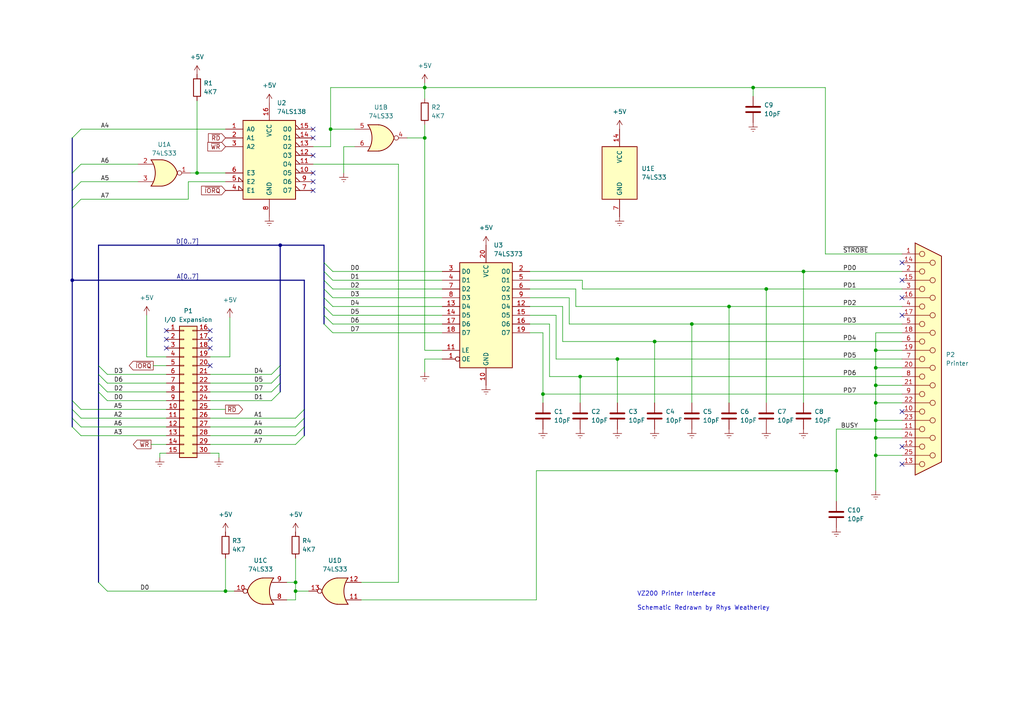
<source format=kicad_sch>
(kicad_sch (version 20230121) (generator eeschema)
  (paper "A4")
  (lib_symbols
    (symbol "74xx:74LS138" (pin_names (offset 1.016))
      (property "Reference" "U" (at -7.62 11.43 0))
      (property "Value" "74LS138" (at -7.62 -13.97 0))
      (symbol "74LS138_1_0"
        (pin input line (at -12.7 7.62 0) (length 5.08) (name "A0") (number "1"))
        (pin output output_low (at 12.7 -5.08 180) (length 5.08) (name "O5") (number "10"))
        (pin output output_low (at 12.7 -2.54 180) (length 5.08) (name "O4") (number "11"))
        (pin output output_low (at 12.7 0 180) (length 5.08) (name "O3") (number "12"))
        (pin output output_low (at 12.7 2.54 180) (length 5.08) (name "O2") (number "13"))
        (pin output output_low (at 12.7 5.08 180) (length 5.08) (name "O1") (number "14"))
        (pin output output_low (at 12.7 7.62 180) (length 5.08) (name "O0") (number "15"))
        (pin power_in line (at 0 15.24 270) (length 5.08) (name "VCC") (number "16"))
        (pin input line (at -12.7 5.08 0) (length 5.08) (name "A1") (number "2"))
        (pin input line (at -12.7 2.54 0) (length 5.08) (name "A2") (number "3"))
        (pin input input_low (at -12.7 -10.16 0) (length 5.08) (name "E1") (number "4"))
        (pin input input_low (at -12.7 -7.62 0) (length 5.08) (name "E2") (number "5"))
        (pin input line (at -12.7 -5.08 0) (length 5.08) (name "E3") (number "6"))
        (pin output output_low (at 12.7 -10.16 180) (length 5.08) (name "O7") (number "7"))
        (pin power_in line (at 0 -17.78 90) (length 5.08) (name "GND") (number "8"))
        (pin output output_low (at 12.7 -7.62 180) (length 5.08) (name "O6") (number "9"))
      )
      (symbol "74LS138_1_1"
        (rectangle (start -7.62 10.16) (end 7.62 -12.7) (stroke (width 0.254)) (fill (type background)))
      )
    )
    (symbol "74xx:74LS33" (pin_names (offset 1.016))
      (property "Reference" "U" (at 0 1.27 0))
      (property "Value" "74LS33" (at 0 -1.27 0))
      (symbol "74LS33_1_1"
        (arc (start -3.81 -3.81) (mid -2.589 0) (end -3.81 3.81) (stroke (width 0.254)))
        (arc (start -0.6096 -3.81) (mid 2.1842 -2.5851) (end 3.81 0) (stroke (width 0.254)) (fill (type background)))
        (polyline (pts (xy -3.81 -3.81) (xy -0.635 -3.81)) (stroke (width 0.254)) (fill (type background)))
        (polyline (pts (xy -3.81 3.81) (xy -0.635 3.81)) (stroke (width 0.254)) (fill (type background)))
        (polyline (pts (xy -0.635 3.81) (xy -3.81 3.81) (xy -3.81 3.81) (xy -3.556 3.4036) (xy -3.0226 2.2606) (xy -2.6924 1.0414) (xy -2.6162 -0.254) (xy -2.7686 -1.4986) (xy -3.175 -2.7178) (xy -3.81 -3.81) (xy -3.81 -3.81) (xy -0.635 -3.81)) (stroke (width -25.4)) (fill (type background)))
        (arc (start 3.81 0) (mid 2.1915 2.5936) (end -0.6096 3.81) (stroke (width 0.254)) (fill (type background)))
        (pin open_collector inverted (at 7.62 0 180) (length 3.81) (name "~") (number "1"))
        (pin input line (at -7.62 2.54 0) (length 4.318) (name "~") (number "2"))
        (pin input line (at -7.62 -2.54 0) (length 4.318) (name "~") (number "3"))
      )
      (symbol "74LS33_1_2"
        (arc (start 0 -3.81) (mid 3.7934 0) (end 0 3.81) (stroke (width 0.254)) (fill (type background)))
        (polyline (pts (xy 0 3.81) (xy -3.81 3.81) (xy -3.81 -3.81) (xy 0 -3.81)) (stroke (width 0.254)) (fill (type background)))
        (pin open_collector line (at 7.62 0 180) (length 3.81) (name "~") (number "1"))
        (pin input inverted (at -7.62 2.54 0) (length 3.81) (name "~") (number "2"))
        (pin input inverted (at -7.62 -2.54 0) (length 3.81) (name "~") (number "3"))
      )
      (symbol "74LS33_2_1"
        (arc (start -3.81 -3.81) (mid -2.589 0) (end -3.81 3.81) (stroke (width 0.254)))
        (arc (start -0.6096 -3.81) (mid 2.1842 -2.5851) (end 3.81 0) (stroke (width 0.254)) (fill (type background)))
        (polyline (pts (xy -3.81 -3.81) (xy -0.635 -3.81)) (stroke (width 0.254)) (fill (type background)))
        (polyline (pts (xy -3.81 3.81) (xy -0.635 3.81)) (stroke (width 0.254)) (fill (type background)))
        (polyline (pts (xy -0.635 3.81) (xy -3.81 3.81) (xy -3.81 3.81) (xy -3.556 3.4036) (xy -3.0226 2.2606) (xy -2.6924 1.0414) (xy -2.6162 -0.254) (xy -2.7686 -1.4986) (xy -3.175 -2.7178) (xy -3.81 -3.81) (xy -3.81 -3.81) (xy -0.635 -3.81)) (stroke (width -25.4)) (fill (type background)))
        (arc (start 3.81 0) (mid 2.1915 2.5936) (end -0.6096 3.81) (stroke (width 0.254)) (fill (type background)))
        (pin open_collector inverted (at 7.62 0 180) (length 3.81) (name "~") (number "4"))
        (pin input line (at -7.62 2.54 0) (length 4.318) (name "~") (number "5"))
        (pin input line (at -7.62 -2.54 0) (length 4.318) (name "~") (number "6"))
      )
      (symbol "74LS33_2_2"
        (arc (start 0 -3.81) (mid 3.7934 0) (end 0 3.81) (stroke (width 0.254)) (fill (type background)))
        (polyline (pts (xy 0 3.81) (xy -3.81 3.81) (xy -3.81 -3.81) (xy 0 -3.81)) (stroke (width 0.254)) (fill (type background)))
        (pin open_collector line (at 7.62 0 180) (length 3.81) (name "~") (number "4"))
        (pin input inverted (at -7.62 2.54 0) (length 3.81) (name "~") (number "5"))
        (pin input inverted (at -7.62 -2.54 0) (length 3.81) (name "~") (number "6"))
      )
      (symbol "74LS33_3_1"
        (arc (start -3.81 -3.81) (mid -2.589 0) (end -3.81 3.81) (stroke (width 0.254)))
        (arc (start -0.6096 -3.81) (mid 2.1842 -2.5851) (end 3.81 0) (stroke (width 0.254)) (fill (type background)))
        (polyline (pts (xy -3.81 -3.81) (xy -0.635 -3.81)) (stroke (width 0.254)) (fill (type background)))
        (polyline (pts (xy -3.81 3.81) (xy -0.635 3.81)) (stroke (width 0.254)) (fill (type background)))
        (polyline (pts (xy -0.635 3.81) (xy -3.81 3.81) (xy -3.81 3.81) (xy -3.556 3.4036) (xy -3.0226 2.2606) (xy -2.6924 1.0414) (xy -2.6162 -0.254) (xy -2.7686 -1.4986) (xy -3.175 -2.7178) (xy -3.81 -3.81) (xy -3.81 -3.81) (xy -0.635 -3.81)) (stroke (width -25.4)) (fill (type background)))
        (arc (start 3.81 0) (mid 2.1915 2.5936) (end -0.6096 3.81) (stroke (width 0.254)) (fill (type background)))
        (pin open_collector inverted (at 7.62 0 180) (length 3.81) (name "~") (number "10"))
        (pin input line (at -7.62 2.54 0) (length 4.318) (name "~") (number "8"))
        (pin input line (at -7.62 -2.54 0) (length 4.318) (name "~") (number "9"))
      )
      (symbol "74LS33_3_2"
        (arc (start 0 -3.81) (mid 3.7934 0) (end 0 3.81) (stroke (width 0.254)) (fill (type background)))
        (polyline (pts (xy 0 3.81) (xy -3.81 3.81) (xy -3.81 -3.81) (xy 0 -3.81)) (stroke (width 0.254)) (fill (type background)))
        (pin open_collector line (at 7.62 0 180) (length 3.81) (name "~") (number "10"))
        (pin input inverted (at -7.62 2.54 0) (length 3.81) (name "~") (number "8"))
        (pin input inverted (at -7.62 -2.54 0) (length 3.81) (name "~") (number "9"))
      )
      (symbol "74LS33_4_1"
        (arc (start -3.81 -3.81) (mid -2.589 0) (end -3.81 3.81) (stroke (width 0.254)))
        (arc (start -0.6096 -3.81) (mid 2.1842 -2.5851) (end 3.81 0) (stroke (width 0.254)) (fill (type background)))
        (polyline (pts (xy -3.81 -3.81) (xy -0.635 -3.81)) (stroke (width 0.254)) (fill (type background)))
        (polyline (pts (xy -3.81 3.81) (xy -0.635 3.81)) (stroke (width 0.254)) (fill (type background)))
        (polyline (pts (xy -0.635 3.81) (xy -3.81 3.81) (xy -3.81 3.81) (xy -3.556 3.4036) (xy -3.0226 2.2606) (xy -2.6924 1.0414) (xy -2.6162 -0.254) (xy -2.7686 -1.4986) (xy -3.175 -2.7178) (xy -3.81 -3.81) (xy -3.81 -3.81) (xy -0.635 -3.81)) (stroke (width -25.4)) (fill (type background)))
        (arc (start 3.81 0) (mid 2.1915 2.5936) (end -0.6096 3.81) (stroke (width 0.254)) (fill (type background)))
        (pin input line (at -7.62 2.54 0) (length 4.318) (name "~") (number "11"))
        (pin input line (at -7.62 -2.54 0) (length 4.318) (name "~") (number "12"))
        (pin open_collector inverted (at 7.62 0 180) (length 3.81) (name "~") (number "13"))
      )
      (symbol "74LS33_4_2"
        (arc (start 0 -3.81) (mid 3.7934 0) (end 0 3.81) (stroke (width 0.254)) (fill (type background)))
        (polyline (pts (xy 0 3.81) (xy -3.81 3.81) (xy -3.81 -3.81) (xy 0 -3.81)) (stroke (width 0.254)) (fill (type background)))
        (pin input inverted (at -7.62 2.54 0) (length 3.81) (name "~") (number "11"))
        (pin input inverted (at -7.62 -2.54 0) (length 3.81) (name "~") (number "12"))
        (pin open_collector line (at 7.62 0 180) (length 3.81) (name "~") (number "13"))
      )
      (symbol "74LS33_5_0"
        (pin power_in line (at 0 12.7 270) (length 5.08) (name "VCC") (number "14"))
        (pin power_in line (at 0 -12.7 90) (length 5.08) (name "GND") (number "7"))
      )
      (symbol "74LS33_5_1"
        (rectangle (start -5.08 7.62) (end 5.08 -7.62) (stroke (width 0.254)) (fill (type background)))
      )
    )
    (symbol "74xx:74LS373"
      (property "Reference" "U" (at -7.62 16.51 0))
      (property "Value" "74LS373" (at -7.62 -16.51 0))
      (symbol "74LS373_1_0"
        (pin input inverted (at -12.7 -12.7 0) (length 5.08) (name "OE") (number "1"))
        (pin power_in line (at 0 -20.32 90) (length 5.08) (name "GND") (number "10"))
        (pin input line (at -12.7 -10.16 0) (length 5.08) (name "LE") (number "11"))
        (pin tri_state line (at 12.7 2.54 180) (length 5.08) (name "O4") (number "12"))
        (pin input line (at -12.7 2.54 0) (length 5.08) (name "D4") (number "13"))
        (pin input line (at -12.7 0 0) (length 5.08) (name "D5") (number "14"))
        (pin tri_state line (at 12.7 0 180) (length 5.08) (name "O5") (number "15"))
        (pin tri_state line (at 12.7 -2.54 180) (length 5.08) (name "O6") (number "16"))
        (pin input line (at -12.7 -2.54 0) (length 5.08) (name "D6") (number "17"))
        (pin input line (at -12.7 -5.08 0) (length 5.08) (name "D7") (number "18"))
        (pin tri_state line (at 12.7 -5.08 180) (length 5.08) (name "O7") (number "19"))
        (pin tri_state line (at 12.7 12.7 180) (length 5.08) (name "O0") (number "2"))
        (pin power_in line (at 0 20.32 270) (length 5.08) (name "VCC") (number "20"))
        (pin input line (at -12.7 12.7 0) (length 5.08) (name "D0") (number "3"))
        (pin input line (at -12.7 10.16 0) (length 5.08) (name "D1") (number "4"))
        (pin tri_state line (at 12.7 10.16 180) (length 5.08) (name "O1") (number "5"))
        (pin tri_state line (at 12.7 7.62 180) (length 5.08) (name "O2") (number "6"))
        (pin input line (at -12.7 7.62 0) (length 5.08) (name "D2") (number "7"))
        (pin input line (at -12.7 5.08 0) (length 5.08) (name "D3") (number "8"))
        (pin tri_state line (at 12.7 5.08 180) (length 5.08) (name "O3") (number "9"))
      )
      (symbol "74LS373_1_1"
        (rectangle (start -7.62 15.24) (end 7.62 -15.24) (stroke (width 0.254)) (fill (type background)))
      )
    )
    (symbol "Connector:DB25_Receptacle" (pin_names (offset 1.016) hide)
      (property "Reference" "J" (at 0 34.29 0))
      (property "Value" "DB25_Receptacle" (at 0 -34.925 0))
      (symbol "DB25_Receptacle_0_1"
        (circle (center -1.778 -30.48) (radius 0.762))
        (circle (center -1.778 -25.4) (radius 0.762))
        (circle (center -1.778 -20.32) (radius 0.762))
        (circle (center -1.778 -15.24) (radius 0.762))
        (circle (center -1.778 -10.16) (radius 0.762))
        (circle (center -1.778 -5.08) (radius 0.762))
        (circle (center -1.778 0) (radius 0.762))
        (circle (center -1.778 5.08) (radius 0.762))
        (circle (center -1.778 10.16) (radius 0.762))
        (circle (center -1.778 15.24) (radius 0.762))
        (circle (center -1.778 20.32) (radius 0.762))
        (circle (center -1.778 25.4) (radius 0.762))
        (circle (center -1.778 30.48) (radius 0.762))
        (polyline (pts (xy -3.81 -30.48) (xy -2.54 -30.48)))
        (polyline (pts (xy -3.81 -27.94) (xy 0.508 -27.94)))
        (polyline (pts (xy -3.81 -25.4) (xy -2.54 -25.4)))
        (polyline (pts (xy -3.81 -22.86) (xy 0.508 -22.86)))
        (polyline (pts (xy -3.81 -20.32) (xy -2.54 -20.32)))
        (polyline (pts (xy -3.81 -17.78) (xy 0.508 -17.78)))
        (polyline (pts (xy -3.81 -15.24) (xy -2.54 -15.24)))
        (polyline (pts (xy -3.81 -12.7) (xy 0.508 -12.7)))
        (polyline (pts (xy -3.81 -10.16) (xy -2.54 -10.16)))
        (polyline (pts (xy -3.81 -7.62) (xy 0.508 -7.62)))
        (polyline (pts (xy -3.81 -5.08) (xy -2.54 -5.08)))
        (polyline (pts (xy -3.81 -2.54) (xy 0.508 -2.54)))
        (polyline (pts (xy -3.81 0) (xy -2.54 0)))
        (polyline (pts (xy -3.81 2.54) (xy 0.508 2.54)))
        (polyline (pts (xy -3.81 5.08) (xy -2.54 5.08)))
        (polyline (pts (xy -3.81 7.62) (xy 0.508 7.62)))
        (polyline (pts (xy -3.81 10.16) (xy -2.54 10.16)))
        (polyline (pts (xy -3.81 12.7) (xy 0.508 12.7)))
        (polyline (pts (xy -3.81 15.24) (xy -2.54 15.24)))
        (polyline (pts (xy -3.81 17.78) (xy 0.508 17.78)))
        (polyline (pts (xy -3.81 20.32) (xy -2.54 20.32)))
        (polyline (pts (xy -3.81 22.86) (xy 0.508 22.86)))
        (polyline (pts (xy -3.81 25.4) (xy -2.54 25.4)))
        (polyline (pts (xy -3.81 27.94) (xy 0.508 27.94)))
        (polyline (pts (xy -3.81 30.48) (xy -2.54 30.48)))
        (polyline (pts (xy -3.81 33.655) (xy 3.81 29.845) (xy 3.81 -29.845) (xy -3.81 -33.655) (xy -3.81 33.655)) (stroke (width 0.254)) (fill (type background)))
        (circle (center 1.27 -27.94) (radius 0.762))
        (circle (center 1.27 -22.86) (radius 0.762))
        (circle (center 1.27 -17.78) (radius 0.762))
        (circle (center 1.27 -12.7) (radius 0.762))
        (circle (center 1.27 -7.62) (radius 0.762))
        (circle (center 1.27 -2.54) (radius 0.762))
        (circle (center 1.27 2.54) (radius 0.762))
        (circle (center 1.27 7.62) (radius 0.762))
        (circle (center 1.27 12.7) (radius 0.762))
        (circle (center 1.27 17.78) (radius 0.762))
        (circle (center 1.27 22.86) (radius 0.762))
        (circle (center 1.27 27.94) (radius 0.762))
      )
      (symbol "DB25_Receptacle_1_1"
        (pin passive line (at -7.62 30.48 0) (length 3.81) (name "1") (number "1"))
        (pin passive line (at -7.62 -15.24 0) (length 3.81) (name "10") (number "10"))
        (pin passive line (at -7.62 -20.32 0) (length 3.81) (name "11") (number "11"))
        (pin passive line (at -7.62 -25.4 0) (length 3.81) (name "12") (number "12"))
        (pin passive line (at -7.62 -30.48 0) (length 3.81) (name "13") (number "13"))
        (pin passive line (at -7.62 27.94 0) (length 3.81) (name "P14") (number "14"))
        (pin passive line (at -7.62 22.86 0) (length 3.81) (name "P15") (number "15"))
        (pin passive line (at -7.62 17.78 0) (length 3.81) (name "P16") (number "16"))
        (pin passive line (at -7.62 12.7 0) (length 3.81) (name "P17") (number "17"))
        (pin passive line (at -7.62 7.62 0) (length 3.81) (name "P18") (number "18"))
        (pin passive line (at -7.62 2.54 0) (length 3.81) (name "P19") (number "19"))
        (pin passive line (at -7.62 25.4 0) (length 3.81) (name "2") (number "2"))
        (pin passive line (at -7.62 -2.54 0) (length 3.81) (name "P20") (number "20"))
        (pin passive line (at -7.62 -7.62 0) (length 3.81) (name "P21") (number "21"))
        (pin passive line (at -7.62 -12.7 0) (length 3.81) (name "P22") (number "22"))
        (pin passive line (at -7.62 -17.78 0) (length 3.81) (name "P23") (number "23"))
        (pin passive line (at -7.62 -22.86 0) (length 3.81) (name "P24") (number "24"))
        (pin passive line (at -7.62 -27.94 0) (length 3.81) (name "P25") (number "25"))
        (pin passive line (at -7.62 20.32 0) (length 3.81) (name "3") (number "3"))
        (pin passive line (at -7.62 15.24 0) (length 3.81) (name "4") (number "4"))
        (pin passive line (at -7.62 10.16 0) (length 3.81) (name "5") (number "5"))
        (pin passive line (at -7.62 5.08 0) (length 3.81) (name "6") (number "6"))
        (pin passive line (at -7.62 0 0) (length 3.81) (name "7") (number "7"))
        (pin passive line (at -7.62 -5.08 0) (length 3.81) (name "8") (number "8"))
        (pin passive line (at -7.62 -10.16 0) (length 3.81) (name "9") (number "9"))
      )
    )
    (symbol "Connector_Generic:Conn_02x15_Top_Bottom" (pin_names (offset 1.016) hide)
      (property "Reference" "J" (at 1.27 20.32 0))
      (property "Value" "Conn_02x15_Top_Bottom" (at 1.27 -20.32 0))
      (symbol "Conn_02x15_Top_Bottom_1_1"
        (rectangle (start -1.27 -17.653) (end 0 -17.907) (stroke (width 0.1524)))
        (rectangle (start -1.27 -15.113) (end 0 -15.367) (stroke (width 0.1524)))
        (rectangle (start -1.27 -12.573) (end 0 -12.827) (stroke (width 0.1524)))
        (rectangle (start -1.27 -10.033) (end 0 -10.287) (stroke (width 0.1524)))
        (rectangle (start -1.27 -7.493) (end 0 -7.747) (stroke (width 0.1524)))
        (rectangle (start -1.27 -4.953) (end 0 -5.207) (stroke (width 0.1524)))
        (rectangle (start -1.27 -2.413) (end 0 -2.667) (stroke (width 0.1524)))
        (rectangle (start -1.27 0.127) (end 0 -0.127) (stroke (width 0.1524)))
        (rectangle (start -1.27 2.667) (end 0 2.413) (stroke (width 0.1524)))
        (rectangle (start -1.27 5.207) (end 0 4.953) (stroke (width 0.1524)))
        (rectangle (start -1.27 7.747) (end 0 7.493) (stroke (width 0.1524)))
        (rectangle (start -1.27 10.287) (end 0 10.033) (stroke (width 0.1524)))
        (rectangle (start -1.27 12.827) (end 0 12.573) (stroke (width 0.1524)))
        (rectangle (start -1.27 15.367) (end 0 15.113) (stroke (width 0.1524)))
        (rectangle (start -1.27 17.907) (end 0 17.653) (stroke (width 0.1524)))
        (rectangle (start -1.27 19.05) (end 3.81 -19.05) (stroke (width 0.254)) (fill (type background)))
        (rectangle (start 3.81 -17.653) (end 2.54 -17.907) (stroke (width 0.1524)))
        (rectangle (start 3.81 -15.113) (end 2.54 -15.367) (stroke (width 0.1524)))
        (rectangle (start 3.81 -12.573) (end 2.54 -12.827) (stroke (width 0.1524)))
        (rectangle (start 3.81 -10.033) (end 2.54 -10.287) (stroke (width 0.1524)))
        (rectangle (start 3.81 -7.493) (end 2.54 -7.747) (stroke (width 0.1524)))
        (rectangle (start 3.81 -4.953) (end 2.54 -5.207) (stroke (width 0.1524)))
        (rectangle (start 3.81 -2.413) (end 2.54 -2.667) (stroke (width 0.1524)))
        (rectangle (start 3.81 0.127) (end 2.54 -0.127) (stroke (width 0.1524)))
        (rectangle (start 3.81 2.667) (end 2.54 2.413) (stroke (width 0.1524)))
        (rectangle (start 3.81 5.207) (end 2.54 4.953) (stroke (width 0.1524)))
        (rectangle (start 3.81 7.747) (end 2.54 7.493) (stroke (width 0.1524)))
        (rectangle (start 3.81 10.287) (end 2.54 10.033) (stroke (width 0.1524)))
        (rectangle (start 3.81 12.827) (end 2.54 12.573) (stroke (width 0.1524)))
        (rectangle (start 3.81 15.367) (end 2.54 15.113) (stroke (width 0.1524)))
        (rectangle (start 3.81 17.907) (end 2.54 17.653) (stroke (width 0.1524)))
        (pin passive line (at -5.08 17.78 0) (length 3.81) (name "Pin_1") (number "1"))
        (pin passive line (at -5.08 -5.08 0) (length 3.81) (name "Pin_10") (number "10"))
        (pin passive line (at -5.08 -7.62 0) (length 3.81) (name "Pin_11") (number "11"))
        (pin passive line (at -5.08 -10.16 0) (length 3.81) (name "Pin_12") (number "12"))
        (pin passive line (at -5.08 -12.7 0) (length 3.81) (name "Pin_13") (number "13"))
        (pin passive line (at -5.08 -15.24 0) (length 3.81) (name "Pin_14") (number "14"))
        (pin passive line (at -5.08 -17.78 0) (length 3.81) (name "Pin_15") (number "15"))
        (pin passive line (at 7.62 17.78 180) (length 3.81) (name "Pin_16") (number "16"))
        (pin passive line (at 7.62 15.24 180) (length 3.81) (name "Pin_17") (number "17"))
        (pin passive line (at 7.62 12.7 180) (length 3.81) (name "Pin_18") (number "18"))
        (pin passive line (at 7.62 10.16 180) (length 3.81) (name "Pin_19") (number "19"))
        (pin passive line (at -5.08 15.24 0) (length 3.81) (name "Pin_2") (number "2"))
        (pin passive line (at 7.62 7.62 180) (length 3.81) (name "Pin_20") (number "20"))
        (pin passive line (at 7.62 5.08 180) (length 3.81) (name "Pin_21") (number "21"))
        (pin passive line (at 7.62 2.54 180) (length 3.81) (name "Pin_22") (number "22"))
        (pin passive line (at 7.62 0 180) (length 3.81) (name "Pin_23") (number "23"))
        (pin passive line (at 7.62 -2.54 180) (length 3.81) (name "Pin_24") (number "24"))
        (pin passive line (at 7.62 -5.08 180) (length 3.81) (name "Pin_25") (number "25"))
        (pin passive line (at 7.62 -7.62 180) (length 3.81) (name "Pin_26") (number "26"))
        (pin passive line (at 7.62 -10.16 180) (length 3.81) (name "Pin_27") (number "27"))
        (pin passive line (at 7.62 -12.7 180) (length 3.81) (name "Pin_28") (number "28"))
        (pin passive line (at 7.62 -15.24 180) (length 3.81) (name "Pin_29") (number "29"))
        (pin passive line (at -5.08 12.7 0) (length 3.81) (name "Pin_3") (number "3"))
        (pin passive line (at 7.62 -17.78 180) (length 3.81) (name "Pin_30") (number "30"))
        (pin passive line (at -5.08 10.16 0) (length 3.81) (name "Pin_4") (number "4"))
        (pin passive line (at -5.08 7.62 0) (length 3.81) (name "Pin_5") (number "5"))
        (pin passive line (at -5.08 5.08 0) (length 3.81) (name "Pin_6") (number "6"))
        (pin passive line (at -5.08 2.54 0) (length 3.81) (name "Pin_7") (number "7"))
        (pin passive line (at -5.08 0 0) (length 3.81) (name "Pin_8") (number "8"))
        (pin passive line (at -5.08 -2.54 0) (length 3.81) (name "Pin_9") (number "9"))
      )
    )
    (symbol "Device:C" (pin_numbers hide) (pin_names (offset 0.254))
      (property "Reference" "C" (at 0.635 2.54 0))
      (property "Value" "C" (at 0.635 -2.54 0))
      (symbol "C_0_1"
        (polyline (pts (xy -2.032 -0.762) (xy 2.032 -0.762)) (stroke (width 0.508)))
        (polyline (pts (xy -2.032 0.762) (xy 2.032 0.762)) (stroke (width 0.508)))
      )
      (symbol "C_1_1"
        (pin passive line (at 0 3.81 270) (length 2.794) (name "~") (number "1"))
        (pin passive line (at 0 -3.81 90) (length 2.794) (name "~") (number "2"))
      )
    )
    (symbol "Device:R" (pin_numbers hide) (pin_names (offset 0))
      (property "Reference" "R" (at 2.032 0 90))
      (property "Value" "R" (at 0 0 90))
      (symbol "R_0_1"
        (rectangle (start -1.016 -2.54) (end 1.016 2.54) (stroke (width 0.254)))
      )
      (symbol "R_1_1"
        (pin passive line (at 0 3.81 270) (length 1.27) (name "~") (number "1"))
        (pin passive line (at 0 -3.81 90) (length 1.27) (name "~") (number "2"))
      )
    )
    (symbol "power:+5V" (power) (pin_names (offset 0))
      (property "Value" "+5V" (at 0 3.556 0))
      (symbol "+5V_0_1"
        (polyline (pts (xy -0.762 1.27) (xy 0 2.54)))
        (polyline (pts (xy 0 0) (xy 0 2.54)))
        (polyline (pts (xy 0 2.54) (xy 0.762 1.27)))
      )
      (symbol "+5V_1_1"
        (pin power_in line (at 0 0 90) (length 0) hide (name "+5V") (number "1"))
      )
    )
    (symbol "power:Earth" (power) (pin_names (offset 0))
      (symbol "Earth_0_1"
        (polyline (pts (xy -0.635 -1.905) (xy 0.635 -1.905)))
        (polyline (pts (xy -0.127 -2.54) (xy 0.127 -2.54)))
        (polyline (pts (xy 0 -1.27) (xy 0 0)))
        (polyline (pts (xy 1.27 -1.27) (xy -1.27 -1.27)))
      )
      (symbol "Earth_1_1"
        (pin power_in line (at 0 0 270) (length 0) hide (name "Earth") (number "1"))
      )
    )
  )
  (junction (at 222.25 83.82))
  (junction (at 123.19 25.4))
  (junction (at 242.57 136.525))
  (junction (at 254 111.76))
  (junction (at 123.19 40.005))
  (junction (at 254 132.08))
  (junction (at 254 101.6))
  (junction (at 168.275 109.22))
  (junction (at 233.045 78.74))
  (junction (at 85.725 168.91))
  (junction (at 254 116.84))
  (junction (at 20.955 81.28))
  (junction (at 65.405 171.45))
  (junction (at 85.725 171.45))
  (junction (at 179.07 104.14))
  (junction (at 157.48 114.3))
  (junction (at 189.865 99.06))
  (junction (at 254 121.92))
  (junction (at 81.28 71.12))
  (junction (at 57.15 50.165))
  (junction (at 254 127))
  (junction (at 218.44 25.4))
  (junction (at 211.455 88.9))
  (junction (at 200.66 93.98))
  (junction (at 95.885 37.465))
  (junction (at 254 106.68))
  (no_connect (at 60.96 106.045))
  (no_connect (at 261.62 76.2))
  (no_connect (at 261.62 134.62))
  (no_connect (at 261.62 81.28))
  (no_connect (at 60.96 95.885))
  (no_connect (at 90.805 40.005))
  (no_connect (at 48.26 98.425))
  (no_connect (at 90.805 37.465))
  (no_connect (at 90.805 52.705))
  (no_connect (at 261.62 91.44))
  (no_connect (at 48.26 95.885))
  (no_connect (at 90.805 45.085))
  (no_connect (at 261.62 119.38))
  (no_connect (at 90.805 50.165))
  (no_connect (at 261.62 129.54))
  (no_connect (at 261.62 86.36))
  (no_connect (at 60.96 100.965))
  (no_connect (at 48.26 100.965))
  (no_connect (at 90.805 55.245))
  (no_connect (at 60.96 98.425))
  (bus_entry (at 96.52 81.28) (size -2.54 -2.54))
  (bus_entry (at 20.955 118.745) (size 2.54 2.54))
  (bus_entry (at 96.52 86.36) (size -2.54 -2.54))
  (bus_entry (at 96.52 83.82) (size -2.54 -2.54))
  (bus_entry (at 85.725 128.905) (size 2.54 -2.54))
  (bus_entry (at 20.955 60.325) (size 2.54 -2.54))
  (bus_entry (at 96.52 88.9) (size -2.54 -2.54))
  (bus_entry (at 96.52 96.52) (size -2.54 -2.54))
  (bus_entry (at 78.74 111.125) (size 2.54 -2.54))
  (bus_entry (at 96.52 91.44) (size -2.54 -2.54))
  (bus_entry (at 85.725 126.365) (size 2.54 -2.54))
  (bus_entry (at 28.575 108.585) (size 2.54 2.54))
  (bus_entry (at 20.955 50.165) (size 2.54 -2.54))
  (bus_entry (at 20.955 55.245) (size 2.54 -2.54))
  (bus_entry (at 85.725 123.825) (size 2.54 -2.54))
  (bus_entry (at 28.575 106.045) (size 2.54 2.54))
  (bus_entry (at 96.52 93.98) (size -2.54 -2.54))
  (bus_entry (at 28.575 113.665) (size 2.54 2.54))
  (bus_entry (at 28.575 111.125) (size 2.54 2.54))
  (bus_entry (at 78.74 113.665) (size 2.54 -2.54))
  (bus_entry (at 28.575 168.91) (size 2.54 2.54))
  (bus_entry (at 20.955 40.005) (size 2.54 -2.54))
  (bus_entry (at 20.955 121.285) (size 2.54 2.54))
  (bus_entry (at 20.955 123.825) (size 2.54 2.54))
  (bus_entry (at 78.74 108.585) (size 2.54 -2.54))
  (bus_entry (at 85.725 121.285) (size 2.54 -2.54))
  (bus_entry (at 78.74 116.205) (size 2.54 -2.54))
  (bus_entry (at 20.955 116.205) (size 2.54 2.54))
  (bus_entry (at 96.52 78.74) (size -2.54 -2.54))
  (bus (pts (xy 93.98 86.36) (xy 93.98 88.9)))
  (wire (pts (xy 60.96 113.665) (xy 78.74 113.665)))
  (wire (pts (xy 168.91 83.82) (xy 168.91 81.28)))
  (wire (pts (xy 31.115 116.205) (xy 48.26 116.205)))
  (bus (pts (xy 81.28 71.12) (xy 93.98 71.12)))
  (wire (pts (xy 242.57 124.46) (xy 261.62 124.46)))
  (bus (pts (xy 20.955 60.325) (xy 20.955 81.28)))
  (wire (pts (xy 42.545 103.505) (xy 42.545 91.44)))
  (wire (pts (xy 128.27 101.6) (xy 123.19 101.6)))
  (bus (pts (xy 20.955 116.205) (xy 20.955 118.745)))
  (wire (pts (xy 31.115 111.125) (xy 48.26 111.125)))
  (wire (pts (xy 155.575 173.99) (xy 155.575 136.525)))
  (wire (pts (xy 90.805 42.545) (xy 95.885 42.545)))
  (wire (pts (xy 179.07 104.14) (xy 261.62 104.14)))
  (wire (pts (xy 23.495 52.705) (xy 40.005 52.705)))
  (wire (pts (xy 254 121.92) (xy 254 127)))
  (wire (pts (xy 54.61 52.705) (xy 54.61 57.785)))
  (bus (pts (xy 81.28 108.585) (xy 81.28 111.125)))
  (wire (pts (xy 254 111.76) (xy 261.62 111.76)))
  (wire (pts (xy 123.19 25.4) (xy 218.44 25.4)))
  (wire (pts (xy 179.07 104.14) (xy 179.07 116.84)))
  (wire (pts (xy 254 132.08) (xy 254 142.24)))
  (wire (pts (xy 157.48 114.3) (xy 157.48 116.84)))
  (bus (pts (xy 93.98 71.12) (xy 93.98 76.2)))
  (wire (pts (xy 23.495 47.625) (xy 40.005 47.625)))
  (bus (pts (xy 20.955 50.165) (xy 20.955 55.245)))
  (wire (pts (xy 48.26 131.445) (xy 46.355 131.445)))
  (wire (pts (xy 222.25 83.82) (xy 222.25 116.84)))
  (wire (pts (xy 96.52 78.74) (xy 128.27 78.74)))
  (wire (pts (xy 60.96 131.445) (xy 63.5 131.445)))
  (wire (pts (xy 254 116.84) (xy 261.62 116.84)))
  (wire (pts (xy 60.96 128.905) (xy 85.725 128.905)))
  (wire (pts (xy 60.96 118.745) (xy 65.405 118.745)))
  (wire (pts (xy 57.15 29.21) (xy 57.15 50.165)))
  (wire (pts (xy 43.815 128.905) (xy 48.26 128.905)))
  (wire (pts (xy 96.52 83.82) (xy 128.27 83.82)))
  (wire (pts (xy 104.775 173.99) (xy 155.575 173.99)))
  (wire (pts (xy 218.44 25.4) (xy 239.395 25.4)))
  (bus (pts (xy 28.575 71.12) (xy 28.575 106.045)))
  (bus (pts (xy 81.28 71.12) (xy 81.28 106.045)))
  (wire (pts (xy 23.495 118.745) (xy 48.26 118.745)))
  (wire (pts (xy 123.19 101.6) (xy 123.19 40.005)))
  (bus (pts (xy 81.28 106.045) (xy 81.28 108.585)))
  (wire (pts (xy 167.005 88.9) (xy 211.455 88.9)))
  (wire (pts (xy 55.245 50.165) (xy 57.15 50.165)))
  (wire (pts (xy 102.87 42.545) (xy 99.695 42.545)))
  (wire (pts (xy 48.26 103.505) (xy 42.545 103.505)))
  (wire (pts (xy 65.405 52.705) (xy 54.61 52.705)))
  (wire (pts (xy 218.44 27.94) (xy 218.44 25.4)))
  (wire (pts (xy 23.495 126.365) (xy 48.26 126.365)))
  (wire (pts (xy 123.19 104.14) (xy 123.19 107.95)))
  (wire (pts (xy 239.395 25.4) (xy 239.395 73.66)))
  (wire (pts (xy 115.57 168.91) (xy 104.775 168.91)))
  (bus (pts (xy 93.98 91.44) (xy 93.98 93.98)))
  (wire (pts (xy 200.66 93.98) (xy 200.66 116.84)))
  (wire (pts (xy 96.52 93.98) (xy 128.27 93.98)))
  (wire (pts (xy 23.495 123.825) (xy 48.26 123.825)))
  (wire (pts (xy 254 127) (xy 254 132.08)))
  (wire (pts (xy 60.96 111.125) (xy 78.74 111.125)))
  (wire (pts (xy 95.885 37.465) (xy 95.885 25.4)))
  (wire (pts (xy 254 101.6) (xy 254 106.68)))
  (wire (pts (xy 153.67 78.74) (xy 233.045 78.74)))
  (wire (pts (xy 123.19 28.575) (xy 123.19 25.4)))
  (wire (pts (xy 60.96 103.505) (xy 66.675 103.505)))
  (wire (pts (xy 54.61 57.785) (xy 23.495 57.785)))
  (wire (pts (xy 161.29 104.14) (xy 179.07 104.14)))
  (wire (pts (xy 159.385 109.22) (xy 168.275 109.22)))
  (wire (pts (xy 123.19 24.13) (xy 123.19 25.4)))
  (wire (pts (xy 57.15 50.165) (xy 65.405 50.165)))
  (wire (pts (xy 115.57 47.625) (xy 115.57 168.91)))
  (wire (pts (xy 85.725 168.91) (xy 85.725 171.45)))
  (wire (pts (xy 85.725 171.45) (xy 89.535 171.45)))
  (wire (pts (xy 254 96.52) (xy 254 101.6)))
  (wire (pts (xy 157.48 96.52) (xy 153.67 96.52)))
  (wire (pts (xy 233.045 78.74) (xy 233.045 116.84)))
  (wire (pts (xy 239.395 73.66) (xy 261.62 73.66)))
  (bus (pts (xy 20.955 81.28) (xy 20.955 116.205)))
  (wire (pts (xy 254 116.84) (xy 254 121.92)))
  (bus (pts (xy 20.955 55.245) (xy 20.955 60.325)))
  (bus (pts (xy 93.98 81.28) (xy 93.98 83.82)))
  (wire (pts (xy 242.57 124.46) (xy 242.57 136.525)))
  (wire (pts (xy 168.275 109.22) (xy 168.275 116.84)))
  (wire (pts (xy 163.195 88.9) (xy 153.67 88.9)))
  (wire (pts (xy 189.865 99.06) (xy 261.62 99.06)))
  (wire (pts (xy 95.885 25.4) (xy 123.19 25.4)))
  (bus (pts (xy 81.28 111.125) (xy 81.28 113.665)))
  (bus (pts (xy 93.98 76.2) (xy 93.98 78.74)))
  (wire (pts (xy 60.96 123.825) (xy 85.725 123.825)))
  (wire (pts (xy 163.195 99.06) (xy 189.865 99.06)))
  (wire (pts (xy 23.495 37.465) (xy 65.405 37.465)))
  (wire (pts (xy 254 127) (xy 261.62 127)))
  (wire (pts (xy 67.945 171.45) (xy 65.405 171.45)))
  (wire (pts (xy 123.19 36.195) (xy 123.19 40.005)))
  (wire (pts (xy 96.52 96.52) (xy 128.27 96.52)))
  (wire (pts (xy 63.5 131.445) (xy 63.5 132.715)))
  (wire (pts (xy 165.1 93.98) (xy 200.66 93.98)))
  (bus (pts (xy 28.575 108.585) (xy 28.575 111.125)))
  (wire (pts (xy 168.91 83.82) (xy 222.25 83.82)))
  (wire (pts (xy 83.185 168.91) (xy 85.725 168.91)))
  (wire (pts (xy 96.52 88.9) (xy 128.27 88.9)))
  (bus (pts (xy 28.575 111.125) (xy 28.575 113.665)))
  (wire (pts (xy 211.455 88.9) (xy 261.62 88.9)))
  (wire (pts (xy 254 101.6) (xy 261.62 101.6)))
  (wire (pts (xy 167.005 88.9) (xy 167.005 83.82)))
  (wire (pts (xy 165.1 93.98) (xy 165.1 86.36)))
  (wire (pts (xy 60.96 116.205) (xy 78.74 116.205)))
  (wire (pts (xy 85.725 171.45) (xy 85.725 173.99)))
  (wire (pts (xy 99.695 42.545) (xy 99.695 50.165)))
  (wire (pts (xy 157.48 114.3) (xy 261.62 114.3)))
  (bus (pts (xy 88.265 118.745) (xy 88.265 121.285)))
  (bus (pts (xy 93.98 88.9) (xy 93.98 91.44)))
  (wire (pts (xy 60.96 126.365) (xy 85.725 126.365)))
  (wire (pts (xy 211.455 88.9) (xy 211.455 116.84)))
  (wire (pts (xy 128.27 104.14) (xy 123.19 104.14)))
  (bus (pts (xy 20.955 121.285) (xy 20.955 123.825)))
  (wire (pts (xy 31.115 113.665) (xy 48.26 113.665)))
  (wire (pts (xy 254 132.08) (xy 261.62 132.08)))
  (bus (pts (xy 28.575 113.665) (xy 28.575 168.91)))
  (bus (pts (xy 20.955 118.745) (xy 20.955 121.285)))
  (bus (pts (xy 88.265 123.825) (xy 88.265 126.365)))
  (wire (pts (xy 85.725 161.925) (xy 85.725 168.91)))
  (wire (pts (xy 233.045 78.74) (xy 261.62 78.74)))
  (bus (pts (xy 88.265 81.28) (xy 20.955 81.28)))
  (wire (pts (xy 96.52 91.44) (xy 128.27 91.44)))
  (wire (pts (xy 85.725 173.99) (xy 83.185 173.99)))
  (wire (pts (xy 60.96 121.285) (xy 85.725 121.285)))
  (bus (pts (xy 20.955 40.005) (xy 20.955 50.165)))
  (wire (pts (xy 31.115 171.45) (xy 65.405 171.45)))
  (wire (pts (xy 222.25 83.82) (xy 261.62 83.82)))
  (wire (pts (xy 159.385 109.22) (xy 159.385 93.98)))
  (wire (pts (xy 95.885 37.465) (xy 102.87 37.465)))
  (wire (pts (xy 118.11 40.005) (xy 123.19 40.005)))
  (wire (pts (xy 254 106.68) (xy 261.62 106.68)))
  (wire (pts (xy 157.48 114.3) (xy 157.48 96.52)))
  (wire (pts (xy 189.865 99.06) (xy 189.865 116.84)))
  (wire (pts (xy 254 121.92) (xy 261.62 121.92)))
  (wire (pts (xy 161.29 104.14) (xy 161.29 91.44)))
  (wire (pts (xy 95.885 42.545) (xy 95.885 37.465)))
  (wire (pts (xy 90.805 47.625) (xy 115.57 47.625)))
  (wire (pts (xy 65.405 161.925) (xy 65.405 171.45)))
  (wire (pts (xy 96.52 86.36) (xy 128.27 86.36)))
  (wire (pts (xy 44.45 106.045) (xy 48.26 106.045)))
  (wire (pts (xy 46.355 131.445) (xy 46.355 132.715)))
  (wire (pts (xy 254 106.68) (xy 254 111.76)))
  (wire (pts (xy 200.66 93.98) (xy 261.62 93.98)))
  (bus (pts (xy 93.98 78.74) (xy 93.98 81.28)))
  (wire (pts (xy 242.57 136.525) (xy 242.57 145.415)))
  (wire (pts (xy 155.575 136.525) (xy 242.57 136.525)))
  (wire (pts (xy 261.62 96.52) (xy 254 96.52)))
  (wire (pts (xy 161.29 91.44) (xy 153.67 91.44)))
  (wire (pts (xy 163.195 99.06) (xy 163.195 88.9)))
  (wire (pts (xy 31.115 108.585) (xy 48.26 108.585)))
  (wire (pts (xy 168.91 81.28) (xy 153.67 81.28)))
  (bus (pts (xy 88.265 121.285) (xy 88.265 123.825)))
  (wire (pts (xy 96.52 81.28) (xy 128.27 81.28)))
  (bus (pts (xy 28.575 71.12) (xy 81.28 71.12)))
  (wire (pts (xy 66.675 103.505) (xy 66.675 92.075)))
  (wire (pts (xy 23.495 121.285) (xy 48.26 121.285)))
  (wire (pts (xy 168.275 109.22) (xy 261.62 109.22)))
  (wire (pts (xy 254 111.76) (xy 254 116.84)))
  (wire (pts (xy 165.1 86.36) (xy 153.67 86.36)))
  (wire (pts (xy 159.385 93.98) (xy 153.67 93.98)))
  (wire (pts (xy 60.96 108.585) (xy 78.74 108.585)))
  (bus (pts (xy 28.575 106.045) (xy 28.575 108.585)))
  (bus (pts (xy 88.265 118.745) (xy 88.265 81.28)))
  (bus (pts (xy 93.98 83.82) (xy 93.98 86.36)))
  (wire (pts (xy 167.005 83.82) (xy 153.67 83.82)))
  (text "VZ200 Printer Interface\n\nSchematic Redrawn by Rhys Weatherley" (at 184.785 177.165 0) (effects (font (size 1.27 1.27)) (justify left bottom)))
  (label "PD0" (at 244.475 78.74 0))
  (label "A4" (at 29.21 37.465 0))
  (label "D3" (at 33.02 108.585 0))
  (label "A5" (at 29.21 52.705 0))
  (label "PD1" (at 244.475 83.82 0))
  (label "PD2" (at 244.475 88.9 0))
  (label "PD5" (at 244.475 104.14 0))
  (label "D4" (at 73.66 108.585 0))
  (label "D6" (at 33.02 111.125 0))
  (label "A2" (at 33.02 121.285 0))
  (label "A5" (at 33.02 118.745 0))
  (label "PD7" (at 244.475 114.3 0))
  (label "D[0..7]" (at 57.785 71.12 180))
  (label "PD3" (at 244.475 93.98 0))
  (label "D6" (at 101.6 93.98 0))
  (label "BUSY" (at 243.84 124.46 0))
  (label "~{STROBE}" (at 244.475 73.66 0))
  (label "D5" (at 73.66 111.125 0))
  (label "D3" (at 101.6 86.36 0))
  (label "D1" (at 101.6 81.28 0))
  (label "D4" (at 101.6 88.9 0))
  (label "A1" (at 73.66 121.285 0))
  (label "A7" (at 29.21 57.785 0))
  (label "D2" (at 33.02 113.665 0))
  (label "D0" (at 40.64 171.45 0))
  (label "A0" (at 73.66 126.365 0))
  (label "D2" (at 101.6 83.82 0))
  (label "PD4" (at 244.475 99.06 0))
  (label "D5" (at 101.6 91.44 0))
  (label "A4" (at 73.66 123.825 0))
  (label "D7" (at 101.6 96.52 0))
  (label "A7" (at 73.66 128.905 0))
  (label "D1" (at 73.66 116.205 0))
  (label "A[0..7]" (at 57.785 81.28 180))
  (label "A6" (at 33.02 123.825 0))
  (label "PD6" (at 244.475 109.22 0))
  (label "A3" (at 33.02 126.365 0))
  (label "D0" (at 101.6 78.74 0))
  (label "D0" (at 33.02 116.205 0))
  (label "A6" (at 29.21 47.625 0))
  (label "D7" (at 73.66 113.665 0))
  (global_label "~{RD}" (shape input) (at 65.405 40.005 180) (property "Intersheetrefs" "${INTERSHEET_REFS}" (effects hide)))
  (global_label "~{WR}" (shape output) (at 43.815 128.905 180) (property "Intersheetrefs" "${INTERSHEET_REFS}" (effects hide)))
  (global_label "~{IORQ}" (shape input) (at 65.405 55.245 180) (property "Intersheetrefs" "${INTERSHEET_REFS}" (effects hide)))
  (global_label "~{WR}" (shape input) (at 65.405 42.545 180) (property "Intersheetrefs" "${INTERSHEET_REFS}" (effects hide)))
  (global_label "~{RD}" (shape output) (at 65.405 118.745 0) (property "Intersheetrefs" "${INTERSHEET_REFS}" (effects hide)))
  (global_label "~{IORQ}" (shape output) (at 44.45 106.045 180) (property "Intersheetrefs" "${INTERSHEET_REFS}" (effects hide)))
  (symbol (lib_id "power:Earth") (at 63.5 132.715 0) (unit 1)
    (property "Reference" "#PWR026" (effects hide))
    (property "Value" "Earth" (effects hide))
  )
  (symbol (lib_id "Device:C") (at 168.275 120.65 0) (unit 1)
    (property "Reference" "C2" (at 171.45 119.38 0) (effects (justify left)))
    (property "Value" "10pF" (at 171.45 121.92 0) (effects (justify left)))
  )
  (symbol (lib_id "Device:C") (at 222.25 120.65 0) (unit 1)
    (property "Reference" "C7" (at 225.425 119.38 0) (effects (justify left)))
    (property "Value" "10pF" (at 225.425 121.92 0) (effects (justify left)))
  )
  (symbol (lib_id "74xx:74LS33") (at 179.705 50.165 0) (unit 5)
    (property "Reference" "U1" (at 186.055 48.895 0) (effects (justify left)))
    (property "Value" "74LS33" (at 186.055 51.435 0) (effects (justify left)))
    (property "Footprint" "Package_DIP:DIP-14_W7.62mm" (effects hide))
    (property "Datasheet" "http://www.ti.com/lit/gpn/sn74LS33" (effects hide))
  )
  (symbol (lib_id "74xx:74LS33") (at 97.155 171.45 180) (unit 4)
    (property "Reference" "U1" (at 97.155 162.56 0))
    (property "Value" "74LS33" (at 97.155 165.1 0))
    (property "Footprint" "Package_DIP:DIP-14_W7.62mm" (effects hide))
    (property "Datasheet" "http://www.ti.com/lit/gpn/sn74LS33" (effects hide))
  )
  (symbol (lib_id "Device:C") (at 211.455 120.65 0) (unit 1)
    (property "Reference" "C6" (at 214.63 119.38 0) (effects (justify left)))
    (property "Value" "10pF" (at 214.63 121.92 0) (effects (justify left)))
  )
  (symbol (lib_id "power:Earth") (at 189.865 124.46 0) (unit 1)
    (property "Reference" "#PWR011" (effects hide))
    (property "Value" "Earth" (effects hide))
  )
  (symbol (lib_id "power:Earth") (at 222.25 124.46 0) (unit 1)
    (property "Reference" "#PWR014" (effects hide))
    (property "Value" "Earth" (effects hide))
  )
  (symbol (lib_id "74xx:74LS373") (at 140.97 91.44 0) (unit 1)
    (property "Reference" "U3" (at 143.1641 71.12 0) (effects (justify left)))
    (property "Value" "74LS373" (at 143.1641 73.66 0) (effects (justify left)))
    (property "Footprint" "Package_DIP:DIP-20_W7.62mm" (effects hide))
    (property "Datasheet" "http://www.ti.com/lit/gpn/sn74LS373" (effects hide))
  )
  (symbol (lib_id "power:+5V") (at 78.105 29.845 0) (unit 1)
    (property "Reference" "#PWR06" (effects hide))
    (property "Value" "+5V" (at 78.105 24.765 0))
  )
  (symbol (lib_id "power:Earth") (at 242.57 153.035 0) (unit 1)
    (property "Reference" "#PWR017" (effects hide))
    (property "Value" "Earth" (effects hide))
  )
  (symbol (lib_id "Device:C") (at 179.07 120.65 0) (unit 1)
    (property "Reference" "C3" (at 182.245 119.38 0) (effects (justify left)))
    (property "Value" "10pF" (at 182.245 121.92 0) (effects (justify left)))
  )
  (symbol (lib_id "power:Earth") (at 46.355 132.715 0) (unit 1)
    (property "Reference" "#PWR025" (effects hide))
    (property "Value" "Earth" (effects hide))
  )
  (symbol (lib_id "power:Earth") (at 168.275 124.46 0) (unit 1)
    (property "Reference" "#PWR09" (effects hide))
    (property "Value" "Earth" (effects hide))
  )
  (symbol (lib_id "power:+5V") (at 123.19 24.13 0) (unit 1)
    (property "Reference" "#PWR021" (effects hide))
    (property "Value" "+5V" (at 123.19 19.05 0))
  )
  (symbol (lib_id "power:Earth") (at 211.455 124.46 0) (unit 1)
    (property "Reference" "#PWR013" (effects hide))
    (property "Value" "Earth" (effects hide))
  )
  (symbol (lib_id "Device:C") (at 242.57 149.225 0) (unit 1)
    (property "Reference" "C10" (at 245.745 147.955 0) (effects (justify left)))
    (property "Value" "10pF" (at 245.745 150.495 0) (effects (justify left)))
  )
  (symbol (lib_id "74xx:74LS33") (at 110.49 40.005 0) (unit 2)
    (property "Reference" "U1" (at 110.49 31.115 0))
    (property "Value" "74LS33" (at 110.49 33.655 0))
    (property "Footprint" "Package_DIP:DIP-14_W7.62mm" (effects hide))
    (property "Datasheet" "http://www.ti.com/lit/gpn/sn74LS33" (effects hide))
  )
  (symbol (lib_id "Device:C") (at 233.045 120.65 0) (unit 1)
    (property "Reference" "C8" (at 236.22 119.38 0) (effects (justify left)))
    (property "Value" "10pF" (at 236.22 121.92 0) (effects (justify left)))
  )
  (symbol (lib_id "Device:R") (at 123.19 32.385 0) (unit 1)
    (property "Reference" "R2" (at 125.095 31.115 0) (effects (justify left)))
    (property "Value" "4K7" (at 125.095 33.655 0) (effects (justify left)))
    (property "Footprint" "Resistor_THT:R_Axial_DIN0207_L6.3mm_D2.5mm_P7.62mm_Horizontal" (effects hide))
  )
  (symbol (lib_id "Device:C") (at 200.66 120.65 0) (unit 1)
    (property "Reference" "C5" (at 203.835 119.38 0) (effects (justify left)))
    (property "Value" "10pF" (at 203.835 121.92 0) (effects (justify left)))
  )
  (symbol (lib_id "power:+5V") (at 42.545 91.44 0) (unit 1)
    (property "Reference" "#PWR024" (effects hide))
    (property "Value" "+5V" (at 42.545 86.36 0))
  )
  (symbol (lib_id "74xx:74LS33") (at 75.565 171.45 180) (unit 3)
    (property "Reference" "U1" (at 75.565 162.56 0))
    (property "Value" "74LS33" (at 75.565 165.1 0))
    (property "Footprint" "Package_DIP:DIP-14_W7.62mm" (effects hide))
    (property "Datasheet" "http://www.ti.com/lit/gpn/sn74LS33" (effects hide))
  )
  (symbol (lib_id "Device:C") (at 157.48 120.65 0) (unit 1)
    (property "Reference" "C1" (at 160.655 119.38 0) (effects (justify left)))
    (property "Value" "10pF" (at 160.655 121.92 0) (effects (justify left)))
  )
  (symbol (lib_id "power:Earth") (at 157.48 124.46 0) (unit 1)
    (property "Reference" "#PWR08" (effects hide))
    (property "Value" "Earth" (effects hide))
  )
  (symbol (lib_id "Connector:DB25_Receptacle") (at 269.24 104.14 0) (unit 1)
    (property "Reference" "P2" (at 274.32 102.87 0) (effects (justify left)))
    (property "Value" "Printer" (at 274.32 105.41 0) (effects (justify left)))
    (property "Footprint" "Connector_Dsub:DSUB-25_Female_Horizontal_P2.77x2.84mm_EdgePinOffset4.94mm_Housed_MountingHolesOffset7.48mm" (effects hide))
    (property "Datasheet" " ~" (effects hide))
  )
  (symbol (lib_id "power:Earth") (at 78.105 62.865 0) (unit 1)
    (property "Reference" "#PWR03" (effects hide))
    (property "Value" "Earth" (effects hide))
  )
  (symbol (lib_id "power:+5V") (at 57.15 21.59 0) (unit 1)
    (property "Reference" "#PWR020" (effects hide))
    (property "Value" "+5V" (at 57.15 16.51 0))
  )
  (symbol (lib_id "power:Earth") (at 123.19 107.95 0) (unit 1)
    (property "Reference" "#PWR019" (effects hide))
    (property "Value" "Earth" (effects hide))
  )
  (symbol (lib_id "power:Earth") (at 179.07 124.46 0) (unit 1)
    (property "Reference" "#PWR010" (effects hide))
    (property "Value" "Earth" (effects hide))
  )
  (symbol (lib_id "74xx:74LS138") (at 78.105 45.085 0) (unit 1)
    (property "Reference" "U2" (at 80.2991 29.845 0) (effects (justify left)))
    (property "Value" "74LS138" (at 80.2991 32.385 0) (effects (justify left)))
    (property "Footprint" "Package_DIP:DIP-16_W7.62mm" (effects hide))
    (property "Datasheet" "http://www.ti.com/lit/gpn/sn74LS138" (effects hide))
  )
  (symbol (lib_id "power:+5V") (at 140.97 71.12 0) (unit 1)
    (property "Reference" "#PWR07" (effects hide))
    (property "Value" "+5V" (at 140.97 66.04 0))
  )
  (symbol (lib_id "Device:C") (at 189.865 120.65 0) (unit 1)
    (property "Reference" "C4" (at 193.04 119.38 0) (effects (justify left)))
    (property "Value" "10pF" (at 193.04 121.92 0) (effects (justify left)))
  )
  (symbol (lib_id "power:Earth") (at 179.705 62.865 0) (unit 1)
    (property "Reference" "#PWR04" (effects hide))
    (property "Value" "Earth" (effects hide))
  )
  (symbol (lib_id "power:+5V") (at 66.675 92.075 0) (unit 1)
    (property "Reference" "#PWR027" (effects hide))
    (property "Value" "+5V" (at 66.675 86.995 0))
  )
  (symbol (lib_id "Device:R") (at 65.405 158.115 0) (unit 1)
    (property "Reference" "R3" (at 67.31 156.845 0) (effects (justify left)))
    (property "Value" "4K7" (at 67.31 159.385 0) (effects (justify left)))
    (property "Footprint" "Resistor_THT:R_Axial_DIN0207_L6.3mm_D2.5mm_P7.62mm_Horizontal" (effects hide))
  )
  (symbol (lib_id "power:Earth") (at 254 142.24 0) (unit 1)
    (property "Reference" "#PWR01" (effects hide))
    (property "Value" "Earth" (effects hide))
  )
  (symbol (lib_id "power:+5V") (at 65.405 154.305 0) (unit 1)
    (property "Reference" "#PWR022" (effects hide))
    (property "Value" "+5V" (at 65.405 149.225 0))
  )
  (symbol (lib_id "Connector_Generic:Conn_02x15_Top_Bottom") (at 53.34 113.665 0) (unit 1)
    (property "Reference" "P1" (at 54.61 90.17 0))
    (property "Value" "I/O Expansion" (at 54.61 92.71 0))
  )
  (symbol (lib_id "power:+5V") (at 85.725 154.305 0) (unit 1)
    (property "Reference" "#PWR023" (effects hide))
    (property "Value" "+5V" (at 85.725 149.225 0))
  )
  (symbol (lib_id "Device:R") (at 57.15 25.4 0) (unit 1)
    (property "Reference" "R1" (at 59.055 24.13 0) (effects (justify left)))
    (property "Value" "4K7" (at 59.055 26.67 0) (effects (justify left)))
    (property "Footprint" "Resistor_THT:R_Axial_DIN0207_L6.3mm_D2.5mm_P7.62mm_Horizontal" (effects hide))
  )
  (symbol (lib_id "Device:R") (at 85.725 158.115 0) (unit 1)
    (property "Reference" "R4" (at 87.63 156.845 0) (effects (justify left)))
    (property "Value" "4K7" (at 87.63 159.385 0) (effects (justify left)))
    (property "Footprint" "Resistor_THT:R_Axial_DIN0207_L6.3mm_D2.5mm_P7.62mm_Horizontal" (effects hide))
  )
  (symbol (lib_id "power:Earth") (at 200.66 124.46 0) (unit 1)
    (property "Reference" "#PWR012" (effects hide))
    (property "Value" "Earth" (effects hide))
  )
  (symbol (lib_id "Device:C") (at 218.44 31.75 0) (unit 1)
    (property "Reference" "C9" (at 221.615 30.48 0) (effects (justify left)))
    (property "Value" "10pF" (at 221.615 33.02 0) (effects (justify left)))
  )
  (symbol (lib_id "power:Earth") (at 233.045 124.46 0) (unit 1)
    (property "Reference" "#PWR015" (effects hide))
    (property "Value" "Earth" (effects hide))
  )
  (symbol (lib_id "power:+5V") (at 179.705 37.465 0) (unit 1)
    (property "Reference" "#PWR05" (effects hide))
    (property "Value" "+5V" (at 179.705 32.385 0))
  )
  (symbol (lib_id "power:Earth") (at 99.695 50.165 0) (unit 1)
    (property "Reference" "#PWR018" (effects hide))
    (property "Value" "Earth" (effects hide))
  )
  (symbol (lib_id "power:Earth") (at 218.44 35.56 0) (unit 1)
    (property "Reference" "#PWR016" (effects hide))
    (property "Value" "Earth" (effects hide))
  )
  (symbol (lib_id "power:Earth") (at 140.97 111.76 0) (unit 1)
    (property "Reference" "#PWR02" (effects hide))
    (property "Value" "Earth" (effects hide))
  )
  (symbol (lib_id "74xx:74LS33") (at 47.625 50.165 0) (unit 1)
    (property "Reference" "U1" (at 47.625 41.91 0))
    (property "Value" "74LS33" (at 47.625 44.45 0))
    (property "Footprint" "Package_DIP:DIP-14_W7.62mm" (effects hide))
    (property "Datasheet" "http://www.ti.com/lit/gpn/sn74LS33" (effects hide))
  )
)
</source>
